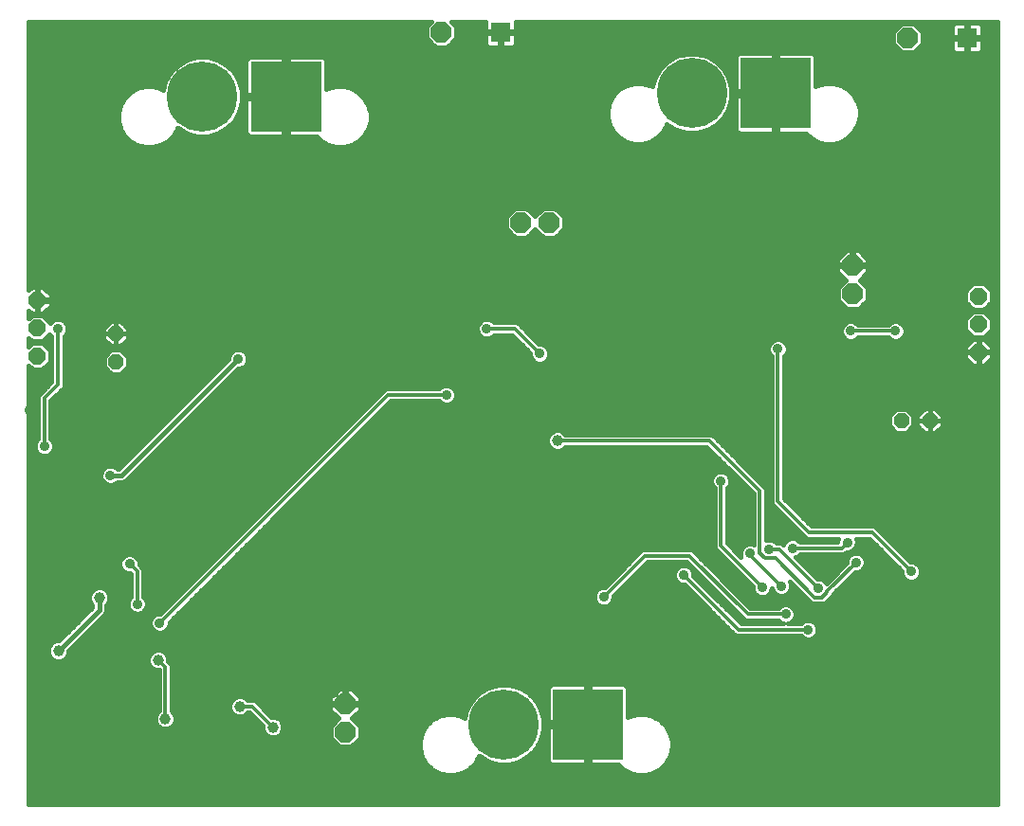
<source format=gbl>
G75*
%MOIN*%
%OFA0B0*%
%FSLAX25Y25*%
%IPPOS*%
%LPD*%
%AMOC8*
5,1,8,0,0,1.08239X$1,22.5*
%
%ADD10OC8,0.07087*%
%ADD11R,0.24669X0.24669*%
%ADD12C,0.24669*%
%ADD13OC8,0.05937*%
%ADD14OC8,0.05200*%
%ADD15R,0.07087X0.07087*%
%ADD16C,0.03569*%
%ADD17C,0.01600*%
%ADD18C,0.01200*%
%ADD19C,0.03962*%
D10*
X0344986Y0036835D03*
X0344986Y0046835D03*
X0523372Y0191047D03*
X0523372Y0201047D03*
X0416640Y0216126D03*
X0406640Y0216126D03*
X0542742Y0281165D03*
X0378766Y0283134D03*
D11*
X0324225Y0260496D03*
X0496272Y0261677D03*
X0430248Y0039551D03*
D12*
X0400748Y0039551D03*
X0466772Y0261677D03*
X0294725Y0260496D03*
D13*
X0236758Y0188843D03*
X0236758Y0179000D03*
X0236758Y0169157D03*
X0567624Y0170535D03*
X0567624Y0180378D03*
X0567624Y0190220D03*
D14*
X0550498Y0146441D03*
X0540498Y0146441D03*
X0264317Y0167150D03*
X0264317Y0177150D03*
D15*
X0399632Y0283134D03*
X0563608Y0281165D03*
D16*
X0554947Y0224866D03*
X0517939Y0219354D03*
X0522663Y0178016D03*
X0538412Y0178016D03*
X0497073Y0171717D03*
X0413348Y0170008D03*
X0394711Y0178803D03*
X0380538Y0155575D03*
X0307309Y0168173D03*
X0249435Y0157543D03*
X0233960Y0150063D03*
X0239199Y0137465D03*
X0262427Y0127228D03*
X0269120Y0096126D03*
X0271876Y0081953D03*
X0279750Y0075260D03*
X0258097Y0072898D03*
X0294317Y0064236D03*
X0339986Y0077228D03*
X0312821Y0094945D03*
X0435852Y0084512D03*
X0464002Y0092189D03*
X0487230Y0099669D03*
X0493923Y0101244D03*
X0502191Y0101638D03*
X0521482Y0103606D03*
X0524546Y0096606D03*
X0543923Y0093370D03*
X0511246Y0087465D03*
X0498254Y0088252D03*
X0491561Y0087858D03*
X0499829Y0078409D03*
X0507703Y0072898D03*
X0547467Y0112268D03*
X0568726Y0114236D03*
X0525026Y0126441D03*
X0516758Y0133921D03*
X0508490Y0123291D03*
X0476994Y0125260D03*
X0371089Y0213055D03*
X0388963Y0216756D03*
X0342467Y0224197D03*
X0328963Y0232740D03*
X0243923Y0178803D03*
X0253372Y0037071D03*
D17*
X0233763Y0011556D02*
X0233763Y0165692D01*
X0234866Y0164589D01*
X0238650Y0164589D01*
X0241326Y0167265D01*
X0241326Y0171050D01*
X0238650Y0173726D01*
X0234866Y0173726D01*
X0233763Y0172623D01*
X0233763Y0175534D01*
X0234866Y0174431D01*
X0238650Y0174431D01*
X0241080Y0176861D01*
X0241723Y0176217D01*
X0241723Y0160029D01*
X0236999Y0155305D01*
X0236999Y0140051D01*
X0236330Y0139382D01*
X0235815Y0138138D01*
X0235815Y0136791D01*
X0236330Y0135548D01*
X0237282Y0134596D01*
X0238526Y0134080D01*
X0239872Y0134080D01*
X0241116Y0134596D01*
X0242068Y0135548D01*
X0242583Y0136791D01*
X0242583Y0138138D01*
X0242068Y0139382D01*
X0241399Y0140051D01*
X0241399Y0153482D01*
X0244835Y0156918D01*
X0246123Y0158207D01*
X0246123Y0176217D01*
X0246792Y0176886D01*
X0247308Y0178130D01*
X0247308Y0179476D01*
X0246792Y0180720D01*
X0245840Y0181672D01*
X0244597Y0182187D01*
X0243250Y0182187D01*
X0242006Y0181672D01*
X0241276Y0180942D01*
X0238650Y0183568D01*
X0234866Y0183568D01*
X0233763Y0182466D01*
X0233763Y0185094D01*
X0234783Y0184074D01*
X0236574Y0184074D01*
X0236574Y0188658D01*
X0236942Y0188658D01*
X0236942Y0184074D01*
X0238733Y0184074D01*
X0241526Y0186867D01*
X0241526Y0188658D01*
X0236942Y0188658D01*
X0236942Y0189027D01*
X0236574Y0189027D01*
X0236574Y0193611D01*
X0234783Y0193611D01*
X0233763Y0192591D01*
X0233763Y0286956D01*
X0375314Y0286956D01*
X0373623Y0285264D01*
X0373623Y0281003D01*
X0376635Y0277991D01*
X0380896Y0277991D01*
X0383909Y0281003D01*
X0383909Y0285264D01*
X0382218Y0286956D01*
X0394300Y0286956D01*
X0394289Y0286914D01*
X0394289Y0283515D01*
X0399251Y0283515D01*
X0399251Y0282753D01*
X0394289Y0282753D01*
X0394289Y0279354D01*
X0394411Y0278896D01*
X0394648Y0278485D01*
X0394983Y0278150D01*
X0395394Y0277913D01*
X0395852Y0277791D01*
X0399251Y0277791D01*
X0399251Y0282753D01*
X0400013Y0282753D01*
X0400013Y0283515D01*
X0404975Y0283515D01*
X0404975Y0286914D01*
X0404964Y0286956D01*
X0574163Y0286956D01*
X0574163Y0011556D01*
X0233763Y0011556D01*
X0233763Y0013150D02*
X0574163Y0013150D01*
X0574163Y0014748D02*
X0233763Y0014748D01*
X0233763Y0016347D02*
X0574163Y0016347D01*
X0574163Y0017945D02*
X0233763Y0017945D01*
X0233763Y0019544D02*
X0574163Y0019544D01*
X0574163Y0021143D02*
X0233763Y0021143D01*
X0233763Y0022741D02*
X0377317Y0022741D01*
X0377768Y0022480D02*
X0375328Y0023889D01*
X0373336Y0025881D01*
X0371927Y0028321D01*
X0371198Y0031042D01*
X0371198Y0033860D01*
X0371927Y0036581D01*
X0373336Y0039021D01*
X0375328Y0041013D01*
X0377768Y0042422D01*
X0380489Y0043151D01*
X0383307Y0043151D01*
X0386028Y0042422D01*
X0386949Y0041890D01*
X0387763Y0044930D01*
X0389598Y0048107D01*
X0392192Y0050702D01*
X0395370Y0052536D01*
X0398914Y0053486D01*
X0402583Y0053486D01*
X0406127Y0052536D01*
X0409304Y0050702D01*
X0411899Y0048107D01*
X0413733Y0044930D01*
X0414683Y0041386D01*
X0414683Y0037717D01*
X0413733Y0034173D01*
X0411899Y0030995D01*
X0409304Y0028401D01*
X0406127Y0026566D01*
X0402583Y0025617D01*
X0398914Y0025617D01*
X0395370Y0026566D01*
X0392192Y0028401D01*
X0391954Y0028639D01*
X0391869Y0028321D01*
X0390460Y0025881D01*
X0388468Y0023889D01*
X0386028Y0022480D01*
X0383307Y0021751D01*
X0380489Y0021751D01*
X0377768Y0022480D01*
X0374878Y0024340D02*
X0233763Y0024340D01*
X0233763Y0025938D02*
X0373303Y0025938D01*
X0372380Y0027537D02*
X0233763Y0027537D01*
X0233763Y0029135D02*
X0371709Y0029135D01*
X0371281Y0030734D02*
X0233763Y0030734D01*
X0233763Y0032332D02*
X0342215Y0032332D01*
X0342856Y0031691D02*
X0339843Y0034704D01*
X0339843Y0038965D01*
X0342571Y0041693D01*
X0339643Y0044621D01*
X0339643Y0046454D01*
X0344605Y0046454D01*
X0344605Y0047216D01*
X0344605Y0052178D01*
X0342773Y0052178D01*
X0339643Y0049048D01*
X0339643Y0047216D01*
X0344605Y0047216D01*
X0345367Y0047216D01*
X0345367Y0052178D01*
X0347200Y0052178D01*
X0350330Y0049048D01*
X0350330Y0047216D01*
X0345368Y0047216D01*
X0345368Y0046454D01*
X0350330Y0046454D01*
X0350330Y0044621D01*
X0347401Y0041693D01*
X0350130Y0038965D01*
X0350130Y0034704D01*
X0347117Y0031691D01*
X0342856Y0031691D01*
X0340617Y0033931D02*
X0233763Y0033931D01*
X0233763Y0035529D02*
X0317680Y0035529D01*
X0317485Y0035610D02*
X0318802Y0035065D01*
X0320226Y0035065D01*
X0321542Y0035610D01*
X0322550Y0036617D01*
X0323095Y0037933D01*
X0323095Y0039358D01*
X0322550Y0040674D01*
X0321542Y0041682D01*
X0320226Y0042227D01*
X0319044Y0042227D01*
X0313142Y0048129D01*
X0310764Y0048129D01*
X0309928Y0048965D01*
X0308612Y0049510D01*
X0307187Y0049510D01*
X0305871Y0048965D01*
X0304864Y0047958D01*
X0304319Y0046641D01*
X0304319Y0045217D01*
X0304864Y0043901D01*
X0305871Y0042893D01*
X0307187Y0042348D01*
X0308612Y0042348D01*
X0309928Y0042893D01*
X0310764Y0043729D01*
X0311319Y0043729D01*
X0315933Y0039115D01*
X0315933Y0037933D01*
X0316478Y0036617D01*
X0317485Y0035610D01*
X0316267Y0037128D02*
X0233763Y0037128D01*
X0233763Y0038726D02*
X0279526Y0038726D01*
X0279690Y0038563D02*
X0278683Y0039570D01*
X0278138Y0040886D01*
X0278138Y0042311D01*
X0278683Y0043627D01*
X0279519Y0044463D01*
X0279519Y0058687D01*
X0278447Y0058687D01*
X0277131Y0059232D01*
X0276124Y0060239D01*
X0275578Y0061555D01*
X0275578Y0062980D01*
X0276124Y0064296D01*
X0277131Y0065304D01*
X0278447Y0065849D01*
X0279872Y0065849D01*
X0281188Y0065304D01*
X0282195Y0064296D01*
X0282741Y0062980D01*
X0282741Y0061798D01*
X0283919Y0060620D01*
X0283919Y0044463D01*
X0284755Y0043627D01*
X0285300Y0042311D01*
X0285300Y0040886D01*
X0284755Y0039570D01*
X0283747Y0038563D01*
X0282431Y0038017D01*
X0281006Y0038017D01*
X0279690Y0038563D01*
X0278370Y0040325D02*
X0233763Y0040325D01*
X0233763Y0041923D02*
X0278138Y0041923D01*
X0278639Y0043522D02*
X0233763Y0043522D01*
X0233763Y0045120D02*
X0279519Y0045120D01*
X0279519Y0046719D02*
X0233763Y0046719D01*
X0233763Y0048317D02*
X0279519Y0048317D01*
X0279519Y0049916D02*
X0233763Y0049916D01*
X0233763Y0051514D02*
X0279519Y0051514D01*
X0279519Y0053113D02*
X0233763Y0053113D01*
X0233763Y0054711D02*
X0279519Y0054711D01*
X0279519Y0056310D02*
X0233763Y0056310D01*
X0233763Y0057908D02*
X0279519Y0057908D01*
X0276856Y0059507D02*
X0233763Y0059507D01*
X0233763Y0061105D02*
X0275765Y0061105D01*
X0275578Y0062704D02*
X0246471Y0062704D01*
X0246149Y0062381D02*
X0247156Y0063389D01*
X0247701Y0064705D01*
X0247701Y0065604D01*
X0260525Y0078428D01*
X0260890Y0079310D01*
X0260890Y0081454D01*
X0261526Y0082090D01*
X0262071Y0083406D01*
X0262071Y0084830D01*
X0261526Y0086147D01*
X0260519Y0087154D01*
X0259203Y0087699D01*
X0257778Y0087699D01*
X0256462Y0087154D01*
X0255454Y0086147D01*
X0254909Y0084830D01*
X0254909Y0083406D01*
X0255454Y0082090D01*
X0256090Y0081454D01*
X0256090Y0080782D01*
X0244307Y0068998D01*
X0243408Y0068998D01*
X0242092Y0068453D01*
X0241084Y0067446D01*
X0240539Y0066130D01*
X0240539Y0064705D01*
X0241084Y0063389D01*
X0242092Y0062381D01*
X0243408Y0061836D01*
X0244833Y0061836D01*
X0246149Y0062381D01*
X0247534Y0064302D02*
X0276130Y0064302D01*
X0282189Y0064302D02*
X0574163Y0064302D01*
X0574163Y0062704D02*
X0282741Y0062704D01*
X0283433Y0061105D02*
X0574163Y0061105D01*
X0574163Y0059507D02*
X0283919Y0059507D01*
X0283919Y0057908D02*
X0574163Y0057908D01*
X0574163Y0056310D02*
X0283919Y0056310D01*
X0283919Y0054711D02*
X0574163Y0054711D01*
X0574163Y0053113D02*
X0443901Y0053113D01*
X0444023Y0052991D02*
X0443688Y0053326D01*
X0443278Y0053563D01*
X0442820Y0053686D01*
X0431048Y0053686D01*
X0431048Y0040351D01*
X0429448Y0040351D01*
X0429448Y0038751D01*
X0431048Y0038751D01*
X0431048Y0025417D01*
X0441001Y0025417D01*
X0442528Y0023889D01*
X0444968Y0022480D01*
X0447689Y0021751D01*
X0450507Y0021751D01*
X0453228Y0022480D01*
X0455668Y0023889D01*
X0457660Y0025881D01*
X0459069Y0028321D01*
X0459798Y0031042D01*
X0459798Y0033860D01*
X0459069Y0036581D01*
X0457660Y0039021D01*
X0455668Y0041013D01*
X0453228Y0042422D01*
X0450507Y0043151D01*
X0447689Y0043151D01*
X0444968Y0042422D01*
X0444383Y0042084D01*
X0444383Y0052123D01*
X0444260Y0052581D01*
X0444023Y0052991D01*
X0444383Y0051514D02*
X0574163Y0051514D01*
X0574163Y0049916D02*
X0444383Y0049916D01*
X0444383Y0048317D02*
X0574163Y0048317D01*
X0574163Y0046719D02*
X0444383Y0046719D01*
X0444383Y0045120D02*
X0574163Y0045120D01*
X0574163Y0043522D02*
X0444383Y0043522D01*
X0454092Y0041923D02*
X0574163Y0041923D01*
X0574163Y0040325D02*
X0456357Y0040325D01*
X0457831Y0038726D02*
X0574163Y0038726D01*
X0574163Y0037128D02*
X0458753Y0037128D01*
X0459351Y0035529D02*
X0574163Y0035529D01*
X0574163Y0033931D02*
X0459779Y0033931D01*
X0459798Y0032332D02*
X0574163Y0032332D01*
X0574163Y0030734D02*
X0459715Y0030734D01*
X0459287Y0029135D02*
X0574163Y0029135D01*
X0574163Y0027537D02*
X0458616Y0027537D01*
X0457693Y0025938D02*
X0574163Y0025938D01*
X0574163Y0024340D02*
X0456119Y0024340D01*
X0453680Y0022741D02*
X0574163Y0022741D01*
X0574163Y0065901D02*
X0247998Y0065901D01*
X0249596Y0067499D02*
X0574163Y0067499D01*
X0574163Y0069098D02*
X0251195Y0069098D01*
X0252793Y0070696D02*
X0505118Y0070696D01*
X0505117Y0070698D02*
X0505786Y0070029D01*
X0507030Y0069513D01*
X0508376Y0069513D01*
X0509620Y0070029D01*
X0510572Y0070981D01*
X0511087Y0072224D01*
X0511087Y0073571D01*
X0510572Y0074815D01*
X0509620Y0075767D01*
X0508376Y0076282D01*
X0507030Y0076282D01*
X0505786Y0075767D01*
X0505117Y0075098D01*
X0500677Y0075098D01*
X0501746Y0075540D01*
X0502698Y0076492D01*
X0503213Y0077736D01*
X0503213Y0079083D01*
X0502698Y0080326D01*
X0501746Y0081278D01*
X0500502Y0081794D01*
X0499156Y0081794D01*
X0497912Y0081278D01*
X0497243Y0080609D01*
X0487354Y0080609D01*
X0468171Y0099793D01*
X0466882Y0101082D01*
X0449311Y0101082D01*
X0436125Y0087896D01*
X0435179Y0087896D01*
X0433935Y0087381D01*
X0432983Y0086429D01*
X0432468Y0085185D01*
X0432468Y0083839D01*
X0432983Y0082595D01*
X0433935Y0081643D01*
X0435179Y0081128D01*
X0436526Y0081128D01*
X0437769Y0081643D01*
X0438721Y0082595D01*
X0439237Y0083839D01*
X0439237Y0084785D01*
X0451134Y0096682D01*
X0465059Y0096682D01*
X0485532Y0076209D01*
X0497243Y0076209D01*
X0497912Y0075540D01*
X0498981Y0075098D01*
X0484205Y0075098D01*
X0467386Y0091916D01*
X0467386Y0092862D01*
X0466871Y0094106D01*
X0465919Y0095058D01*
X0464675Y0095573D01*
X0463329Y0095573D01*
X0462085Y0095058D01*
X0461133Y0094106D01*
X0460618Y0092862D01*
X0460618Y0091516D01*
X0461133Y0090272D01*
X0462085Y0089320D01*
X0463329Y0088805D01*
X0464275Y0088805D01*
X0481093Y0071986D01*
X0482382Y0070698D01*
X0505117Y0070698D01*
X0510288Y0070696D02*
X0574163Y0070696D01*
X0574163Y0072295D02*
X0511087Y0072295D01*
X0510953Y0073893D02*
X0574163Y0073893D01*
X0574163Y0075492D02*
X0509895Y0075492D01*
X0505511Y0075492D02*
X0501629Y0075492D01*
X0502946Y0077090D02*
X0574163Y0077090D01*
X0574163Y0078689D02*
X0503213Y0078689D01*
X0502714Y0080287D02*
X0574163Y0080287D01*
X0574163Y0081886D02*
X0486078Y0081886D01*
X0484479Y0083484D02*
X0507612Y0083484D01*
X0509016Y0082080D02*
X0513476Y0082080D01*
X0515342Y0083946D01*
X0516630Y0085234D01*
X0516630Y0085579D01*
X0524273Y0093222D01*
X0525219Y0093222D01*
X0526463Y0093737D01*
X0527415Y0094689D01*
X0527930Y0095933D01*
X0527930Y0097279D01*
X0527415Y0098523D01*
X0526463Y0099475D01*
X0525219Y0099990D01*
X0523873Y0099990D01*
X0522629Y0099475D01*
X0521677Y0098523D01*
X0521161Y0097279D01*
X0521161Y0096333D01*
X0514143Y0089314D01*
X0514115Y0089382D01*
X0513163Y0090334D01*
X0511919Y0090849D01*
X0510973Y0090849D01*
X0503362Y0098460D01*
X0504108Y0098769D01*
X0504777Y0099438D01*
X0520425Y0099438D01*
X0521209Y0100222D01*
X0522156Y0100222D01*
X0523399Y0100737D01*
X0524351Y0101689D01*
X0524867Y0102933D01*
X0524867Y0104279D01*
X0524589Y0104950D01*
X0529233Y0104950D01*
X0540539Y0093643D01*
X0540539Y0092697D01*
X0541054Y0091453D01*
X0542006Y0090501D01*
X0543250Y0089986D01*
X0544597Y0089986D01*
X0545840Y0090501D01*
X0546792Y0091453D01*
X0547308Y0092697D01*
X0547308Y0094043D01*
X0546792Y0095287D01*
X0545840Y0096239D01*
X0544597Y0096754D01*
X0543650Y0096754D01*
X0532344Y0108061D01*
X0531055Y0109350D01*
X0509008Y0109350D01*
X0499273Y0119084D01*
X0499273Y0169130D01*
X0499942Y0169800D01*
X0500457Y0171043D01*
X0500457Y0172390D01*
X0499942Y0173634D01*
X0498990Y0174586D01*
X0497746Y0175101D01*
X0496400Y0175101D01*
X0495156Y0174586D01*
X0494204Y0173634D01*
X0493689Y0172390D01*
X0493689Y0171043D01*
X0494204Y0169800D01*
X0494873Y0169130D01*
X0494873Y0117262D01*
X0505897Y0106238D01*
X0507185Y0104950D01*
X0518376Y0104950D01*
X0518098Y0104279D01*
X0518098Y0103838D01*
X0504777Y0103838D01*
X0504108Y0104507D01*
X0502864Y0105022D01*
X0501518Y0105022D01*
X0500274Y0104507D01*
X0499322Y0103555D01*
X0499013Y0102809D01*
X0498378Y0103444D01*
X0496509Y0103444D01*
X0495840Y0104113D01*
X0494597Y0104628D01*
X0493250Y0104628D01*
X0492939Y0104499D01*
X0492939Y0122590D01*
X0491650Y0123879D01*
X0475185Y0140344D01*
X0475185Y0140344D01*
X0473896Y0141633D01*
X0422378Y0141633D01*
X0421542Y0142469D01*
X0420226Y0143014D01*
X0418802Y0143014D01*
X0417485Y0142469D01*
X0416478Y0141462D01*
X0415933Y0140145D01*
X0415933Y0138721D01*
X0416478Y0137405D01*
X0417485Y0136397D01*
X0418802Y0135852D01*
X0420226Y0135852D01*
X0421542Y0136397D01*
X0422378Y0137233D01*
X0472073Y0137233D01*
X0488539Y0120767D01*
X0488539Y0102790D01*
X0487904Y0103054D01*
X0486557Y0103054D01*
X0485313Y0102538D01*
X0484361Y0101586D01*
X0483846Y0100342D01*
X0483846Y0098996D01*
X0484067Y0098464D01*
X0479194Y0103336D01*
X0479194Y0122674D01*
X0479863Y0123343D01*
X0480378Y0124587D01*
X0480378Y0125933D01*
X0479863Y0127177D01*
X0478911Y0128129D01*
X0477667Y0128644D01*
X0476321Y0128644D01*
X0475077Y0128129D01*
X0474125Y0127177D01*
X0473610Y0125933D01*
X0473610Y0124587D01*
X0474125Y0123343D01*
X0474794Y0122674D01*
X0474794Y0101514D01*
X0488177Y0088131D01*
X0488177Y0087185D01*
X0488692Y0085941D01*
X0489644Y0084989D01*
X0490888Y0084474D01*
X0492234Y0084474D01*
X0493478Y0084989D01*
X0494430Y0085941D01*
X0494945Y0087185D01*
X0494945Y0087396D01*
X0495385Y0086335D01*
X0496337Y0085383D01*
X0497581Y0084868D01*
X0498927Y0084868D01*
X0500171Y0085383D01*
X0501123Y0086335D01*
X0501638Y0087579D01*
X0501638Y0088925D01*
X0501262Y0089835D01*
X0509016Y0082080D01*
X0506013Y0085083D02*
X0499447Y0085083D01*
X0497061Y0085083D02*
X0493572Y0085083D01*
X0494737Y0086681D02*
X0495241Y0086681D01*
X0489550Y0085083D02*
X0482881Y0085083D01*
X0481282Y0086681D02*
X0488385Y0086681D01*
X0488028Y0088280D02*
X0479684Y0088280D01*
X0478085Y0089878D02*
X0486430Y0089878D01*
X0484831Y0091477D02*
X0476487Y0091477D01*
X0474888Y0093076D02*
X0483233Y0093076D01*
X0481634Y0094674D02*
X0473290Y0094674D01*
X0471691Y0096273D02*
X0480036Y0096273D01*
X0478437Y0097871D02*
X0470093Y0097871D01*
X0468494Y0099470D02*
X0476839Y0099470D01*
X0475240Y0101068D02*
X0466896Y0101068D01*
X0474794Y0102667D02*
X0310268Y0102667D01*
X0311867Y0104265D02*
X0474794Y0104265D01*
X0474794Y0105864D02*
X0313465Y0105864D01*
X0315064Y0107462D02*
X0474794Y0107462D01*
X0474794Y0109061D02*
X0316662Y0109061D01*
X0318261Y0110659D02*
X0474794Y0110659D01*
X0474794Y0112258D02*
X0319859Y0112258D01*
X0321458Y0113856D02*
X0474794Y0113856D01*
X0474794Y0115455D02*
X0323056Y0115455D01*
X0324655Y0117053D02*
X0474794Y0117053D01*
X0474794Y0118652D02*
X0326253Y0118652D01*
X0327852Y0120250D02*
X0474794Y0120250D01*
X0474794Y0121849D02*
X0329450Y0121849D01*
X0331049Y0123447D02*
X0474082Y0123447D01*
X0473610Y0125046D02*
X0332647Y0125046D01*
X0334246Y0126644D02*
X0473905Y0126644D01*
X0475352Y0128243D02*
X0335844Y0128243D01*
X0337443Y0129841D02*
X0479465Y0129841D01*
X0478636Y0128243D02*
X0481064Y0128243D01*
X0480084Y0126644D02*
X0482662Y0126644D01*
X0484261Y0125046D02*
X0480378Y0125046D01*
X0479906Y0123447D02*
X0485859Y0123447D01*
X0487458Y0121849D02*
X0479194Y0121849D01*
X0479194Y0120250D02*
X0488539Y0120250D01*
X0488539Y0118652D02*
X0479194Y0118652D01*
X0479194Y0117053D02*
X0488539Y0117053D01*
X0488539Y0115455D02*
X0479194Y0115455D01*
X0479194Y0113856D02*
X0488539Y0113856D01*
X0488539Y0112258D02*
X0479194Y0112258D01*
X0479194Y0110659D02*
X0488539Y0110659D01*
X0488539Y0109061D02*
X0479194Y0109061D01*
X0479194Y0107462D02*
X0488539Y0107462D01*
X0488539Y0105864D02*
X0479194Y0105864D01*
X0479194Y0104265D02*
X0488539Y0104265D01*
X0485623Y0102667D02*
X0479864Y0102667D01*
X0481463Y0101068D02*
X0484147Y0101068D01*
X0483846Y0099470D02*
X0483061Y0099470D01*
X0492939Y0105864D02*
X0506271Y0105864D01*
X0504673Y0107462D02*
X0492939Y0107462D01*
X0492939Y0109061D02*
X0503074Y0109061D01*
X0501476Y0110659D02*
X0492939Y0110659D01*
X0492939Y0112258D02*
X0499877Y0112258D01*
X0498279Y0113856D02*
X0492939Y0113856D01*
X0492939Y0115455D02*
X0496680Y0115455D01*
X0495082Y0117053D02*
X0492939Y0117053D01*
X0492939Y0118652D02*
X0494873Y0118652D01*
X0494873Y0120250D02*
X0492939Y0120250D01*
X0492939Y0121849D02*
X0494873Y0121849D01*
X0494873Y0123447D02*
X0492082Y0123447D01*
X0491650Y0123879D02*
X0491650Y0123879D01*
X0490483Y0125046D02*
X0494873Y0125046D01*
X0494873Y0126644D02*
X0488885Y0126644D01*
X0487286Y0128243D02*
X0494873Y0128243D01*
X0494873Y0129841D02*
X0485688Y0129841D01*
X0484089Y0131440D02*
X0494873Y0131440D01*
X0494873Y0133038D02*
X0482491Y0133038D01*
X0480892Y0134637D02*
X0494873Y0134637D01*
X0494873Y0136235D02*
X0479294Y0136235D01*
X0477695Y0137834D02*
X0494873Y0137834D01*
X0494873Y0139432D02*
X0476097Y0139432D01*
X0474498Y0141031D02*
X0494873Y0141031D01*
X0494873Y0142629D02*
X0421155Y0142629D01*
X0417873Y0142629D02*
X0350231Y0142629D01*
X0348632Y0141031D02*
X0416300Y0141031D01*
X0415933Y0139432D02*
X0347034Y0139432D01*
X0345435Y0137834D02*
X0416300Y0137834D01*
X0417876Y0136235D02*
X0343837Y0136235D01*
X0342238Y0134637D02*
X0474670Y0134637D01*
X0476268Y0133038D02*
X0340640Y0133038D01*
X0339041Y0131440D02*
X0477867Y0131440D01*
X0473071Y0136235D02*
X0421152Y0136235D01*
X0383407Y0153658D02*
X0383922Y0154902D01*
X0383922Y0156248D01*
X0383407Y0157492D01*
X0382455Y0158444D01*
X0381211Y0158959D01*
X0379864Y0158959D01*
X0378620Y0158444D01*
X0377951Y0157775D01*
X0359154Y0157775D01*
X0280023Y0078644D01*
X0279077Y0078644D01*
X0277833Y0078129D01*
X0276881Y0077177D01*
X0276366Y0075933D01*
X0276366Y0074587D01*
X0276881Y0073343D01*
X0277833Y0072391D01*
X0279077Y0071876D01*
X0280423Y0071876D01*
X0281667Y0072391D01*
X0282619Y0073343D01*
X0283134Y0074587D01*
X0283134Y0075533D01*
X0360976Y0153375D01*
X0377951Y0153375D01*
X0378620Y0152706D01*
X0379864Y0152191D01*
X0381211Y0152191D01*
X0382455Y0152706D01*
X0383407Y0153658D01*
X0383473Y0153819D02*
X0494873Y0153819D01*
X0494873Y0155417D02*
X0383922Y0155417D01*
X0383604Y0157016D02*
X0494873Y0157016D01*
X0494873Y0158614D02*
X0382043Y0158614D01*
X0379032Y0158614D02*
X0301145Y0158614D01*
X0302743Y0160213D02*
X0494873Y0160213D01*
X0494873Y0161812D02*
X0304342Y0161812D01*
X0305940Y0163410D02*
X0494873Y0163410D01*
X0494873Y0165009D02*
X0308512Y0165009D01*
X0307982Y0164789D02*
X0309226Y0165304D01*
X0310178Y0166256D01*
X0310693Y0167500D01*
X0310693Y0168846D01*
X0310178Y0170090D01*
X0309226Y0171042D01*
X0307982Y0171557D01*
X0306636Y0171557D01*
X0305392Y0171042D01*
X0304440Y0170090D01*
X0303925Y0168846D01*
X0303925Y0168183D01*
X0265370Y0129628D01*
X0264813Y0129628D01*
X0264344Y0130097D01*
X0263100Y0130613D01*
X0261754Y0130613D01*
X0260510Y0130097D01*
X0259558Y0129145D01*
X0259043Y0127902D01*
X0259043Y0126555D01*
X0259558Y0125311D01*
X0260510Y0124359D01*
X0261754Y0123844D01*
X0263100Y0123844D01*
X0264344Y0124359D01*
X0264813Y0124828D01*
X0266842Y0124828D01*
X0267724Y0125194D01*
X0307319Y0164789D01*
X0307982Y0164789D01*
X0310323Y0166607D02*
X0494873Y0166607D01*
X0494873Y0168206D02*
X0416265Y0168206D01*
X0416217Y0168091D02*
X0416733Y0169335D01*
X0416733Y0170681D01*
X0416217Y0171925D01*
X0415265Y0172877D01*
X0414021Y0173392D01*
X0413075Y0173392D01*
X0405465Y0181003D01*
X0397297Y0181003D01*
X0396628Y0181672D01*
X0395384Y0182187D01*
X0394038Y0182187D01*
X0392794Y0181672D01*
X0391842Y0180720D01*
X0391326Y0179476D01*
X0391326Y0178130D01*
X0391842Y0176886D01*
X0392794Y0175934D01*
X0394038Y0175419D01*
X0395384Y0175419D01*
X0396628Y0175934D01*
X0397297Y0176603D01*
X0403642Y0176603D01*
X0409964Y0170281D01*
X0409964Y0169335D01*
X0410479Y0168091D01*
X0411431Y0167139D01*
X0412675Y0166624D01*
X0414021Y0166624D01*
X0415265Y0167139D01*
X0416217Y0168091D01*
X0416733Y0169804D02*
X0494202Y0169804D01*
X0493689Y0171403D02*
X0416434Y0171403D01*
X0414966Y0173001D02*
X0493942Y0173001D01*
X0495190Y0174600D02*
X0411868Y0174600D01*
X0410270Y0176198D02*
X0519753Y0176198D01*
X0519794Y0176099D02*
X0520746Y0175147D01*
X0521990Y0174631D01*
X0523337Y0174631D01*
X0524581Y0175147D01*
X0525250Y0175816D01*
X0535825Y0175816D01*
X0536495Y0175147D01*
X0537738Y0174631D01*
X0539085Y0174631D01*
X0540329Y0175147D01*
X0541281Y0176099D01*
X0541796Y0177343D01*
X0541796Y0178689D01*
X0541281Y0179933D01*
X0540329Y0180885D01*
X0539085Y0181400D01*
X0537738Y0181400D01*
X0536495Y0180885D01*
X0535825Y0180216D01*
X0525250Y0180216D01*
X0524581Y0180885D01*
X0523337Y0181400D01*
X0521990Y0181400D01*
X0520746Y0180885D01*
X0519794Y0179933D01*
X0519279Y0178689D01*
X0519279Y0177343D01*
X0519794Y0176099D01*
X0519279Y0177797D02*
X0408671Y0177797D01*
X0407073Y0179395D02*
X0519572Y0179395D01*
X0521009Y0180994D02*
X0405474Y0180994D01*
X0404047Y0176198D02*
X0396892Y0176198D01*
X0392530Y0176198D02*
X0268717Y0176198D01*
X0268717Y0175327D02*
X0268717Y0177150D01*
X0268717Y0178972D01*
X0266140Y0181550D01*
X0264317Y0181550D01*
X0262495Y0181550D01*
X0259917Y0178972D01*
X0259917Y0177150D01*
X0264317Y0177150D01*
X0264317Y0181550D01*
X0264317Y0177150D01*
X0264317Y0177150D01*
X0264317Y0177150D01*
X0268717Y0177150D01*
X0264317Y0177150D01*
X0264317Y0177150D01*
X0259917Y0177150D01*
X0259917Y0175327D01*
X0262495Y0172750D01*
X0264317Y0172750D01*
X0266140Y0172750D01*
X0268717Y0175327D01*
X0267990Y0174600D02*
X0405646Y0174600D01*
X0407244Y0173001D02*
X0266391Y0173001D01*
X0266057Y0171350D02*
X0262577Y0171350D01*
X0260117Y0168889D01*
X0260117Y0165410D01*
X0262577Y0162950D01*
X0266057Y0162950D01*
X0268517Y0165410D01*
X0268517Y0168889D01*
X0266057Y0171350D01*
X0267602Y0169804D02*
X0304322Y0169804D01*
X0303925Y0168206D02*
X0268517Y0168206D01*
X0268517Y0166607D02*
X0302349Y0166607D01*
X0300750Y0165009D02*
X0268116Y0165009D01*
X0266517Y0163410D02*
X0299152Y0163410D01*
X0297553Y0161812D02*
X0246123Y0161812D01*
X0246123Y0163410D02*
X0262117Y0163410D01*
X0260518Y0165009D02*
X0246123Y0165009D01*
X0246123Y0166607D02*
X0260117Y0166607D01*
X0260117Y0168206D02*
X0246123Y0168206D01*
X0246123Y0169804D02*
X0261032Y0169804D01*
X0262243Y0173001D02*
X0246123Y0173001D01*
X0246123Y0171403D02*
X0306262Y0171403D01*
X0308356Y0171403D02*
X0408843Y0171403D01*
X0409964Y0169804D02*
X0310297Y0169804D01*
X0310693Y0168206D02*
X0410432Y0168206D01*
X0391465Y0177797D02*
X0268717Y0177797D01*
X0268294Y0179395D02*
X0391326Y0179395D01*
X0392115Y0180994D02*
X0266696Y0180994D01*
X0264317Y0180994D02*
X0264317Y0180994D01*
X0264317Y0179395D02*
X0264317Y0179395D01*
X0264317Y0177797D02*
X0264317Y0177797D01*
X0264317Y0177149D02*
X0264317Y0172750D01*
X0264317Y0177149D01*
X0264317Y0177149D01*
X0264317Y0176198D02*
X0264317Y0176198D01*
X0264317Y0174600D02*
X0264317Y0174600D01*
X0264317Y0173001D02*
X0264317Y0173001D01*
X0260645Y0174600D02*
X0246123Y0174600D01*
X0246123Y0176198D02*
X0259917Y0176198D01*
X0259917Y0177797D02*
X0247169Y0177797D01*
X0247308Y0179395D02*
X0260340Y0179395D01*
X0261939Y0180994D02*
X0246519Y0180994D01*
X0241328Y0180994D02*
X0241225Y0180994D01*
X0239627Y0182592D02*
X0563377Y0182592D01*
X0563056Y0182270D02*
X0563056Y0178486D01*
X0565732Y0175809D01*
X0569516Y0175809D01*
X0572193Y0178486D01*
X0572193Y0182270D01*
X0569516Y0184946D01*
X0565732Y0184946D01*
X0563056Y0182270D01*
X0563056Y0180994D02*
X0540066Y0180994D01*
X0541503Y0179395D02*
X0563056Y0179395D01*
X0563745Y0177797D02*
X0541796Y0177797D01*
X0541322Y0176198D02*
X0565343Y0176198D01*
X0565649Y0175304D02*
X0562856Y0172511D01*
X0562856Y0170720D01*
X0567440Y0170720D01*
X0567440Y0175304D01*
X0565649Y0175304D01*
X0564945Y0174600D02*
X0498956Y0174600D01*
X0500204Y0173001D02*
X0563346Y0173001D01*
X0562856Y0171403D02*
X0500457Y0171403D01*
X0499944Y0169804D02*
X0562856Y0169804D01*
X0562856Y0170351D02*
X0562856Y0168560D01*
X0565649Y0165767D01*
X0567440Y0165767D01*
X0567440Y0170351D01*
X0567808Y0170351D01*
X0567808Y0165767D01*
X0569599Y0165767D01*
X0572393Y0168560D01*
X0572393Y0170351D01*
X0567808Y0170351D01*
X0567808Y0170720D01*
X0567440Y0170720D01*
X0567440Y0170351D01*
X0562856Y0170351D01*
X0563210Y0168206D02*
X0499273Y0168206D01*
X0499273Y0166607D02*
X0564809Y0166607D01*
X0567440Y0166607D02*
X0567808Y0166607D01*
X0567808Y0168206D02*
X0567440Y0168206D01*
X0567440Y0169804D02*
X0567808Y0169804D01*
X0567808Y0170720D02*
X0572393Y0170720D01*
X0572393Y0172511D01*
X0569599Y0175304D01*
X0567808Y0175304D01*
X0567808Y0170720D01*
X0567808Y0171403D02*
X0567440Y0171403D01*
X0567440Y0173001D02*
X0567808Y0173001D01*
X0567808Y0174600D02*
X0567440Y0174600D01*
X0570304Y0174600D02*
X0574163Y0174600D01*
X0574163Y0176198D02*
X0569905Y0176198D01*
X0571504Y0177797D02*
X0574163Y0177797D01*
X0574163Y0179395D02*
X0572193Y0179395D01*
X0572193Y0180994D02*
X0574163Y0180994D01*
X0574163Y0182592D02*
X0571871Y0182592D01*
X0570272Y0184191D02*
X0574163Y0184191D01*
X0574163Y0185789D02*
X0569654Y0185789D01*
X0569516Y0185652D02*
X0572193Y0188328D01*
X0572193Y0192113D01*
X0569516Y0194789D01*
X0565732Y0194789D01*
X0563056Y0192113D01*
X0563056Y0188328D01*
X0565732Y0185652D01*
X0569516Y0185652D01*
X0571252Y0187388D02*
X0574163Y0187388D01*
X0574163Y0188986D02*
X0572193Y0188986D01*
X0572193Y0190585D02*
X0574163Y0190585D01*
X0574163Y0192183D02*
X0572122Y0192183D01*
X0570524Y0193782D02*
X0574163Y0193782D01*
X0574163Y0195380D02*
X0526313Y0195380D01*
X0525787Y0195906D02*
X0528715Y0198834D01*
X0528715Y0200666D01*
X0523753Y0200666D01*
X0523753Y0201428D01*
X0528715Y0201428D01*
X0528715Y0203261D01*
X0525585Y0206391D01*
X0523753Y0206391D01*
X0523753Y0201428D01*
X0522991Y0201428D01*
X0522991Y0200666D01*
X0518029Y0200666D01*
X0518029Y0198834D01*
X0520957Y0195906D01*
X0518229Y0193178D01*
X0518229Y0188917D01*
X0521242Y0185904D01*
X0525503Y0185904D01*
X0528515Y0188917D01*
X0528515Y0193178D01*
X0525787Y0195906D01*
X0526860Y0196979D02*
X0574163Y0196979D01*
X0574163Y0198577D02*
X0528459Y0198577D01*
X0528715Y0200176D02*
X0574163Y0200176D01*
X0574163Y0201774D02*
X0528715Y0201774D01*
X0528603Y0203373D02*
X0574163Y0203373D01*
X0574163Y0204971D02*
X0527005Y0204971D01*
X0523753Y0204971D02*
X0522991Y0204971D01*
X0522991Y0206391D02*
X0521159Y0206391D01*
X0518029Y0203261D01*
X0518029Y0201428D01*
X0522991Y0201428D01*
X0522991Y0206391D01*
X0522991Y0203373D02*
X0523753Y0203373D01*
X0523753Y0201774D02*
X0522991Y0201774D01*
X0519740Y0204971D02*
X0233763Y0204971D01*
X0233763Y0203373D02*
X0518141Y0203373D01*
X0518029Y0201774D02*
X0233763Y0201774D01*
X0233763Y0200176D02*
X0518029Y0200176D01*
X0518286Y0198577D02*
X0233763Y0198577D01*
X0233763Y0196979D02*
X0519884Y0196979D01*
X0520431Y0195380D02*
X0233763Y0195380D01*
X0233763Y0193782D02*
X0518833Y0193782D01*
X0518229Y0192183D02*
X0240161Y0192183D01*
X0241526Y0190818D02*
X0238733Y0193611D01*
X0236942Y0193611D01*
X0236942Y0189027D01*
X0241526Y0189027D01*
X0241526Y0190818D01*
X0241526Y0190585D02*
X0518229Y0190585D01*
X0518229Y0188986D02*
X0236942Y0188986D01*
X0236942Y0187388D02*
X0236574Y0187388D01*
X0236574Y0185789D02*
X0236942Y0185789D01*
X0236942Y0184191D02*
X0236574Y0184191D01*
X0234666Y0184191D02*
X0233763Y0184191D01*
X0233763Y0182592D02*
X0233889Y0182592D01*
X0238850Y0184191D02*
X0564976Y0184191D01*
X0565595Y0185789D02*
X0240448Y0185789D01*
X0241526Y0187388D02*
X0519758Y0187388D01*
X0526986Y0187388D02*
X0563996Y0187388D01*
X0563056Y0188986D02*
X0528515Y0188986D01*
X0528515Y0190585D02*
X0563056Y0190585D01*
X0563126Y0192183D02*
X0528515Y0192183D01*
X0527911Y0193782D02*
X0564725Y0193782D01*
X0574163Y0206570D02*
X0233763Y0206570D01*
X0233763Y0208168D02*
X0574163Y0208168D01*
X0574163Y0209767D02*
X0233763Y0209767D01*
X0233763Y0211365D02*
X0404127Y0211365D01*
X0404509Y0210983D02*
X0408770Y0210983D01*
X0411640Y0213852D01*
X0414509Y0210983D01*
X0418770Y0210983D01*
X0421783Y0213996D01*
X0421783Y0218256D01*
X0418770Y0221269D01*
X0414509Y0221269D01*
X0411640Y0218400D01*
X0408770Y0221269D01*
X0404509Y0221269D01*
X0401497Y0218256D01*
X0401497Y0213996D01*
X0404509Y0210983D01*
X0402528Y0212964D02*
X0233763Y0212964D01*
X0233763Y0214562D02*
X0401497Y0214562D01*
X0401497Y0216161D02*
X0233763Y0216161D01*
X0233763Y0217759D02*
X0401497Y0217759D01*
X0402598Y0219358D02*
X0233763Y0219358D01*
X0233763Y0220956D02*
X0404197Y0220956D01*
X0409083Y0220956D02*
X0414197Y0220956D01*
X0412598Y0219358D02*
X0410682Y0219358D01*
X0410751Y0212964D02*
X0412528Y0212964D01*
X0414127Y0211365D02*
X0409153Y0211365D01*
X0419153Y0211365D02*
X0574163Y0211365D01*
X0574163Y0212964D02*
X0420751Y0212964D01*
X0421783Y0214562D02*
X0574163Y0214562D01*
X0574163Y0216161D02*
X0421783Y0216161D01*
X0421783Y0217759D02*
X0574163Y0217759D01*
X0574163Y0219358D02*
X0420682Y0219358D01*
X0419083Y0220956D02*
X0574163Y0220956D01*
X0574163Y0222555D02*
X0233763Y0222555D01*
X0233763Y0224153D02*
X0574163Y0224153D01*
X0574163Y0225752D02*
X0233763Y0225752D01*
X0233763Y0227350D02*
X0574163Y0227350D01*
X0574163Y0228949D02*
X0233763Y0228949D01*
X0233763Y0230547D02*
X0574163Y0230547D01*
X0574163Y0232146D02*
X0233763Y0232146D01*
X0233763Y0233745D02*
X0574163Y0233745D01*
X0574163Y0235343D02*
X0233763Y0235343D01*
X0233763Y0236942D02*
X0574163Y0236942D01*
X0574163Y0238540D02*
X0233763Y0238540D01*
X0233763Y0240139D02*
X0574163Y0240139D01*
X0574163Y0241737D02*
X0233763Y0241737D01*
X0233763Y0243336D02*
X0272079Y0243336D01*
X0271744Y0243425D02*
X0274466Y0242696D01*
X0277283Y0242696D01*
X0280005Y0243425D01*
X0282444Y0244834D01*
X0284437Y0246826D01*
X0285845Y0249266D01*
X0285930Y0249584D01*
X0286168Y0249346D01*
X0289346Y0247511D01*
X0292890Y0246561D01*
X0296559Y0246561D01*
X0300103Y0247511D01*
X0303281Y0249346D01*
X0305875Y0251940D01*
X0307710Y0255117D01*
X0308659Y0258662D01*
X0308659Y0262331D01*
X0307710Y0265875D01*
X0305875Y0269052D01*
X0303281Y0271647D01*
X0300103Y0273481D01*
X0296559Y0274431D01*
X0292890Y0274431D01*
X0289346Y0273481D01*
X0286168Y0271647D01*
X0283574Y0269052D01*
X0281739Y0265875D01*
X0280925Y0262835D01*
X0280005Y0263367D01*
X0277283Y0264096D01*
X0274466Y0264096D01*
X0271744Y0263367D01*
X0269305Y0261958D01*
X0267312Y0259966D01*
X0265904Y0257526D01*
X0265175Y0254805D01*
X0265175Y0251987D01*
X0265904Y0249266D01*
X0267312Y0246826D01*
X0269305Y0244834D01*
X0271744Y0243425D01*
X0269204Y0244934D02*
X0233763Y0244934D01*
X0233763Y0246533D02*
X0267606Y0246533D01*
X0266559Y0248131D02*
X0233763Y0248131D01*
X0233763Y0249730D02*
X0265779Y0249730D01*
X0265351Y0251328D02*
X0233763Y0251328D01*
X0233763Y0252927D02*
X0265175Y0252927D01*
X0265175Y0254525D02*
X0233763Y0254525D01*
X0233763Y0256124D02*
X0265528Y0256124D01*
X0266017Y0257722D02*
X0233763Y0257722D01*
X0233763Y0259321D02*
X0266940Y0259321D01*
X0268266Y0260919D02*
X0233763Y0260919D01*
X0233763Y0262518D02*
X0270274Y0262518D01*
X0281268Y0264116D02*
X0233763Y0264116D01*
X0233763Y0265715D02*
X0281697Y0265715D01*
X0282570Y0267313D02*
X0233763Y0267313D01*
X0233763Y0268912D02*
X0283493Y0268912D01*
X0285032Y0270510D02*
X0233763Y0270510D01*
X0233763Y0272109D02*
X0286969Y0272109D01*
X0290190Y0273707D02*
X0233763Y0273707D01*
X0233763Y0275306D02*
X0463795Y0275306D01*
X0464937Y0275612D02*
X0461393Y0274662D01*
X0458216Y0272828D01*
X0455621Y0270233D01*
X0453787Y0267056D01*
X0452972Y0264016D01*
X0452052Y0264548D01*
X0449330Y0265277D01*
X0446513Y0265277D01*
X0443792Y0264548D01*
X0441352Y0263139D01*
X0439360Y0261147D01*
X0437951Y0258707D01*
X0437222Y0255986D01*
X0437222Y0253168D01*
X0437951Y0250447D01*
X0439360Y0248007D01*
X0441352Y0246015D01*
X0443792Y0244606D01*
X0446513Y0243877D01*
X0449330Y0243877D01*
X0452052Y0244606D01*
X0454492Y0246015D01*
X0456484Y0248007D01*
X0457893Y0250447D01*
X0457978Y0250765D01*
X0458216Y0250527D01*
X0461393Y0248692D01*
X0464937Y0247743D01*
X0468606Y0247743D01*
X0472150Y0248692D01*
X0475328Y0250527D01*
X0477922Y0253121D01*
X0479757Y0256299D01*
X0480706Y0259843D01*
X0480706Y0263512D01*
X0479757Y0267056D01*
X0477922Y0270233D01*
X0475328Y0272828D01*
X0472150Y0274662D01*
X0468606Y0275612D01*
X0464937Y0275612D01*
X0469748Y0275306D02*
X0482686Y0275306D01*
X0482832Y0275452D02*
X0482497Y0275117D01*
X0482260Y0274707D01*
X0482137Y0274249D01*
X0482137Y0262477D01*
X0495472Y0262477D01*
X0495472Y0275812D01*
X0483700Y0275812D01*
X0483242Y0275689D01*
X0482832Y0275452D01*
X0482137Y0273707D02*
X0473804Y0273707D01*
X0476047Y0272109D02*
X0482137Y0272109D01*
X0482137Y0270510D02*
X0477645Y0270510D01*
X0478685Y0268912D02*
X0482137Y0268912D01*
X0482137Y0267313D02*
X0479608Y0267313D01*
X0480116Y0265715D02*
X0482137Y0265715D01*
X0482137Y0264116D02*
X0480544Y0264116D01*
X0480706Y0262518D02*
X0482137Y0262518D01*
X0482137Y0260877D02*
X0482137Y0249106D01*
X0482260Y0248648D01*
X0482497Y0248237D01*
X0482832Y0247902D01*
X0483242Y0247665D01*
X0483700Y0247543D01*
X0495472Y0247543D01*
X0495472Y0260877D01*
X0497072Y0260877D01*
X0497072Y0247543D01*
X0507024Y0247543D01*
X0508552Y0246015D01*
X0510992Y0244606D01*
X0513713Y0243877D01*
X0516530Y0243877D01*
X0519252Y0244606D01*
X0521692Y0246015D01*
X0523684Y0248007D01*
X0525093Y0250447D01*
X0525822Y0253168D01*
X0525822Y0255986D01*
X0525093Y0258707D01*
X0523684Y0261147D01*
X0521692Y0263139D01*
X0519252Y0264548D01*
X0516530Y0265277D01*
X0513713Y0265277D01*
X0510992Y0264548D01*
X0510406Y0264210D01*
X0510406Y0274249D01*
X0510284Y0274707D01*
X0510047Y0275117D01*
X0509712Y0275452D01*
X0509301Y0275689D01*
X0508843Y0275812D01*
X0497072Y0275812D01*
X0497072Y0262477D01*
X0495472Y0262477D01*
X0495472Y0260877D01*
X0482137Y0260877D01*
X0480706Y0260919D02*
X0495472Y0260919D01*
X0495472Y0259321D02*
X0497072Y0259321D01*
X0497072Y0257722D02*
X0495472Y0257722D01*
X0495472Y0256124D02*
X0497072Y0256124D01*
X0497072Y0254525D02*
X0495472Y0254525D01*
X0495472Y0252927D02*
X0497072Y0252927D01*
X0497072Y0251328D02*
X0495472Y0251328D01*
X0495472Y0249730D02*
X0497072Y0249730D01*
X0497072Y0248131D02*
X0495472Y0248131D01*
X0508034Y0246533D02*
X0455009Y0246533D01*
X0456555Y0248131D02*
X0463487Y0248131D01*
X0459596Y0249730D02*
X0457478Y0249730D01*
X0452619Y0244934D02*
X0510424Y0244934D01*
X0519819Y0244934D02*
X0574163Y0244934D01*
X0574163Y0243336D02*
X0346870Y0243336D01*
X0347205Y0243425D02*
X0349644Y0244834D01*
X0351637Y0246826D01*
X0353045Y0249266D01*
X0353775Y0251987D01*
X0353775Y0254805D01*
X0353045Y0257526D01*
X0351637Y0259966D01*
X0349644Y0261958D01*
X0347205Y0263367D01*
X0344483Y0264096D01*
X0341666Y0264096D01*
X0338944Y0263367D01*
X0338359Y0263029D01*
X0338359Y0273068D01*
X0338236Y0273525D01*
X0338000Y0273936D01*
X0337664Y0274271D01*
X0337254Y0274508D01*
X0336796Y0274631D01*
X0325024Y0274631D01*
X0325024Y0261296D01*
X0323425Y0261296D01*
X0323425Y0274631D01*
X0311653Y0274631D01*
X0311195Y0274508D01*
X0310785Y0274271D01*
X0310450Y0273936D01*
X0310213Y0273525D01*
X0310090Y0273068D01*
X0310090Y0261296D01*
X0323424Y0261296D01*
X0323424Y0259696D01*
X0310090Y0259696D01*
X0310090Y0247924D01*
X0310213Y0247467D01*
X0310450Y0247056D01*
X0310785Y0246721D01*
X0311195Y0246484D01*
X0311653Y0246361D01*
X0323425Y0246361D01*
X0323425Y0259696D01*
X0325024Y0259696D01*
X0325024Y0246361D01*
X0334977Y0246361D01*
X0336505Y0244834D01*
X0338944Y0243425D01*
X0341666Y0242696D01*
X0344483Y0242696D01*
X0347205Y0243425D01*
X0349745Y0244934D02*
X0443224Y0244934D01*
X0440834Y0246533D02*
X0351343Y0246533D01*
X0352390Y0248131D02*
X0439288Y0248131D01*
X0438365Y0249730D02*
X0353170Y0249730D01*
X0353598Y0251328D02*
X0437715Y0251328D01*
X0437287Y0252927D02*
X0353775Y0252927D01*
X0353775Y0254525D02*
X0437222Y0254525D01*
X0437259Y0256124D02*
X0353421Y0256124D01*
X0352932Y0257722D02*
X0437687Y0257722D01*
X0438305Y0259321D02*
X0352009Y0259321D01*
X0350683Y0260919D02*
X0439228Y0260919D01*
X0440730Y0262518D02*
X0348675Y0262518D01*
X0338359Y0264116D02*
X0443044Y0264116D01*
X0452800Y0264116D02*
X0452999Y0264116D01*
X0453427Y0265715D02*
X0338359Y0265715D01*
X0338359Y0267313D02*
X0453935Y0267313D01*
X0454858Y0268912D02*
X0338359Y0268912D01*
X0338359Y0270510D02*
X0455898Y0270510D01*
X0457497Y0272109D02*
X0338359Y0272109D01*
X0338132Y0273707D02*
X0459739Y0273707D01*
X0480567Y0259321D02*
X0482137Y0259321D01*
X0482137Y0257722D02*
X0480138Y0257722D01*
X0479656Y0256124D02*
X0482137Y0256124D01*
X0482137Y0254525D02*
X0478733Y0254525D01*
X0477728Y0252927D02*
X0482137Y0252927D01*
X0482137Y0251328D02*
X0476129Y0251328D01*
X0473947Y0249730D02*
X0482137Y0249730D01*
X0482603Y0248131D02*
X0470057Y0248131D01*
X0495472Y0262518D02*
X0497072Y0262518D01*
X0497072Y0264116D02*
X0495472Y0264116D01*
X0495472Y0265715D02*
X0497072Y0265715D01*
X0497072Y0267313D02*
X0495472Y0267313D01*
X0495472Y0268912D02*
X0497072Y0268912D01*
X0497072Y0270510D02*
X0495472Y0270510D01*
X0495472Y0272109D02*
X0497072Y0272109D01*
X0497072Y0273707D02*
X0495472Y0273707D01*
X0495472Y0275306D02*
X0497072Y0275306D01*
X0509858Y0275306D02*
X0574163Y0275306D01*
X0574163Y0276904D02*
X0568816Y0276904D01*
X0568829Y0276927D02*
X0568952Y0277385D01*
X0568952Y0280784D01*
X0563990Y0280784D01*
X0563990Y0281546D01*
X0568952Y0281546D01*
X0568952Y0284946D01*
X0568829Y0285403D01*
X0568592Y0285814D01*
X0568257Y0286149D01*
X0567846Y0286386D01*
X0567389Y0286509D01*
X0563989Y0286509D01*
X0563989Y0281547D01*
X0563227Y0281547D01*
X0563227Y0286509D01*
X0559828Y0286509D01*
X0559370Y0286386D01*
X0558960Y0286149D01*
X0558625Y0285814D01*
X0558388Y0285403D01*
X0558265Y0284946D01*
X0558265Y0281546D01*
X0563227Y0281546D01*
X0563227Y0280784D01*
X0563989Y0280784D01*
X0563989Y0275822D01*
X0567389Y0275822D01*
X0567846Y0275945D01*
X0568257Y0276182D01*
X0568592Y0276517D01*
X0568829Y0276927D01*
X0568952Y0278503D02*
X0574163Y0278503D01*
X0574163Y0280101D02*
X0568952Y0280101D01*
X0568952Y0281700D02*
X0574163Y0281700D01*
X0574163Y0283298D02*
X0568952Y0283298D01*
X0568952Y0284897D02*
X0574163Y0284897D01*
X0574163Y0286495D02*
X0567438Y0286495D01*
X0563989Y0286495D02*
X0563227Y0286495D01*
X0563227Y0284897D02*
X0563989Y0284897D01*
X0563989Y0283298D02*
X0563227Y0283298D01*
X0563227Y0281700D02*
X0563989Y0281700D01*
X0563227Y0280784D02*
X0563227Y0275822D01*
X0559828Y0275822D01*
X0559370Y0275945D01*
X0558960Y0276182D01*
X0558625Y0276517D01*
X0558388Y0276927D01*
X0558265Y0277385D01*
X0558265Y0280784D01*
X0563227Y0280784D01*
X0563227Y0280101D02*
X0563989Y0280101D01*
X0563989Y0278503D02*
X0563227Y0278503D01*
X0563227Y0276904D02*
X0563989Y0276904D01*
X0558401Y0276904D02*
X0545755Y0276904D01*
X0544873Y0276022D02*
X0547886Y0279035D01*
X0547886Y0283296D01*
X0544873Y0286309D01*
X0540612Y0286309D01*
X0537599Y0283296D01*
X0537599Y0279035D01*
X0540612Y0276022D01*
X0544873Y0276022D01*
X0547353Y0278503D02*
X0558265Y0278503D01*
X0558265Y0280101D02*
X0547886Y0280101D01*
X0547886Y0281700D02*
X0558265Y0281700D01*
X0558265Y0283298D02*
X0547883Y0283298D01*
X0546284Y0284897D02*
X0558265Y0284897D01*
X0559779Y0286495D02*
X0404975Y0286495D01*
X0404975Y0284897D02*
X0539200Y0284897D01*
X0537602Y0283298D02*
X0400013Y0283298D01*
X0400013Y0282753D02*
X0404975Y0282753D01*
X0404975Y0279354D01*
X0404853Y0278896D01*
X0404616Y0278485D01*
X0404281Y0278150D01*
X0403870Y0277913D01*
X0403412Y0277791D01*
X0400013Y0277791D01*
X0400013Y0282753D01*
X0399251Y0283298D02*
X0383909Y0283298D01*
X0383909Y0281700D02*
X0394289Y0281700D01*
X0394289Y0280101D02*
X0383007Y0280101D01*
X0381409Y0278503D02*
X0394638Y0278503D01*
X0399251Y0278503D02*
X0400013Y0278503D01*
X0400013Y0280101D02*
X0399251Y0280101D01*
X0399251Y0281700D02*
X0400013Y0281700D01*
X0404975Y0281700D02*
X0537599Y0281700D01*
X0537599Y0280101D02*
X0404975Y0280101D01*
X0404626Y0278503D02*
X0538131Y0278503D01*
X0539730Y0276904D02*
X0233763Y0276904D01*
X0233763Y0278503D02*
X0376123Y0278503D01*
X0374525Y0280101D02*
X0233763Y0280101D01*
X0233763Y0281700D02*
X0373623Y0281700D01*
X0373623Y0283298D02*
X0233763Y0283298D01*
X0233763Y0284897D02*
X0373623Y0284897D01*
X0374854Y0286495D02*
X0233763Y0286495D01*
X0299259Y0273707D02*
X0310318Y0273707D01*
X0310090Y0272109D02*
X0302480Y0272109D01*
X0304417Y0270510D02*
X0310090Y0270510D01*
X0310090Y0268912D02*
X0305956Y0268912D01*
X0306879Y0267313D02*
X0310090Y0267313D01*
X0310090Y0265715D02*
X0307752Y0265715D01*
X0308181Y0264116D02*
X0310090Y0264116D01*
X0310090Y0262518D02*
X0308609Y0262518D01*
X0308659Y0260919D02*
X0323424Y0260919D01*
X0323425Y0259321D02*
X0325024Y0259321D01*
X0325024Y0257722D02*
X0323425Y0257722D01*
X0323425Y0256124D02*
X0325024Y0256124D01*
X0325024Y0254525D02*
X0323425Y0254525D01*
X0323425Y0252927D02*
X0325024Y0252927D01*
X0325024Y0251328D02*
X0323425Y0251328D01*
X0323425Y0249730D02*
X0325024Y0249730D01*
X0325024Y0248131D02*
X0323425Y0248131D01*
X0323425Y0246533D02*
X0325024Y0246533D01*
X0336404Y0244934D02*
X0282545Y0244934D01*
X0284143Y0246533D02*
X0311111Y0246533D01*
X0310090Y0248131D02*
X0301177Y0248131D01*
X0303665Y0249730D02*
X0310090Y0249730D01*
X0310090Y0251328D02*
X0305263Y0251328D01*
X0306445Y0252927D02*
X0310090Y0252927D01*
X0310090Y0254525D02*
X0307368Y0254525D01*
X0307979Y0256124D02*
X0310090Y0256124D01*
X0310090Y0257722D02*
X0308407Y0257722D01*
X0308659Y0259321D02*
X0310090Y0259321D01*
X0323425Y0262518D02*
X0325024Y0262518D01*
X0325024Y0264116D02*
X0323425Y0264116D01*
X0323425Y0265715D02*
X0325024Y0265715D01*
X0325024Y0267313D02*
X0323425Y0267313D01*
X0323425Y0268912D02*
X0325024Y0268912D01*
X0325024Y0270510D02*
X0323425Y0270510D01*
X0323425Y0272109D02*
X0325024Y0272109D01*
X0325024Y0273707D02*
X0323425Y0273707D01*
X0288272Y0248131D02*
X0285190Y0248131D01*
X0279670Y0243336D02*
X0339279Y0243336D01*
X0383909Y0284897D02*
X0394289Y0284897D01*
X0394289Y0286495D02*
X0382678Y0286495D01*
X0510406Y0273707D02*
X0574163Y0273707D01*
X0574163Y0272109D02*
X0510406Y0272109D01*
X0510406Y0270510D02*
X0574163Y0270510D01*
X0574163Y0268912D02*
X0510406Y0268912D01*
X0510406Y0267313D02*
X0574163Y0267313D01*
X0574163Y0265715D02*
X0510406Y0265715D01*
X0520000Y0264116D02*
X0574163Y0264116D01*
X0574163Y0262518D02*
X0522313Y0262518D01*
X0523815Y0260919D02*
X0574163Y0260919D01*
X0574163Y0259321D02*
X0524738Y0259321D01*
X0525357Y0257722D02*
X0574163Y0257722D01*
X0574163Y0256124D02*
X0525785Y0256124D01*
X0525822Y0254525D02*
X0574163Y0254525D01*
X0574163Y0252927D02*
X0525757Y0252927D01*
X0525329Y0251328D02*
X0574163Y0251328D01*
X0574163Y0249730D02*
X0524678Y0249730D01*
X0523755Y0248131D02*
X0574163Y0248131D01*
X0574163Y0246533D02*
X0522209Y0246533D01*
X0518333Y0219354D02*
X0517939Y0219354D01*
X0524318Y0180994D02*
X0536757Y0180994D01*
X0571902Y0173001D02*
X0574163Y0173001D01*
X0574163Y0171403D02*
X0572393Y0171403D01*
X0572393Y0169804D02*
X0574163Y0169804D01*
X0574163Y0168206D02*
X0572038Y0168206D01*
X0570439Y0166607D02*
X0574163Y0166607D01*
X0574163Y0165009D02*
X0499273Y0165009D01*
X0499273Y0163410D02*
X0574163Y0163410D01*
X0574163Y0161812D02*
X0499273Y0161812D01*
X0499273Y0160213D02*
X0574163Y0160213D01*
X0574163Y0158614D02*
X0499273Y0158614D01*
X0499273Y0157016D02*
X0574163Y0157016D01*
X0574163Y0155417D02*
X0499273Y0155417D01*
X0499273Y0153819D02*
X0574163Y0153819D01*
X0574163Y0152220D02*
X0499273Y0152220D01*
X0499273Y0150622D02*
X0538739Y0150622D01*
X0538758Y0150641D02*
X0536298Y0148181D01*
X0536298Y0144701D01*
X0538758Y0142241D01*
X0542238Y0142241D01*
X0544698Y0144701D01*
X0544698Y0148181D01*
X0542238Y0150641D01*
X0538758Y0150641D01*
X0537141Y0149023D02*
X0499273Y0149023D01*
X0499273Y0147425D02*
X0536298Y0147425D01*
X0536298Y0145826D02*
X0499273Y0145826D01*
X0499273Y0144228D02*
X0536772Y0144228D01*
X0538370Y0142629D02*
X0499273Y0142629D01*
X0499273Y0141031D02*
X0574163Y0141031D01*
X0574163Y0142629D02*
X0552909Y0142629D01*
X0552321Y0142041D02*
X0554898Y0144618D01*
X0554898Y0146441D01*
X0554898Y0148263D01*
X0552321Y0150841D01*
X0550498Y0150841D01*
X0548676Y0150841D01*
X0546098Y0148263D01*
X0546098Y0146441D01*
X0550498Y0146441D01*
X0550498Y0146441D01*
X0550498Y0150841D01*
X0550498Y0146441D01*
X0550498Y0146441D01*
X0546098Y0146441D01*
X0546098Y0144618D01*
X0548676Y0142041D01*
X0550498Y0142041D01*
X0550498Y0146441D01*
X0550498Y0146441D01*
X0550498Y0142041D01*
X0552321Y0142041D01*
X0550498Y0142629D02*
X0550498Y0142629D01*
X0550498Y0144228D02*
X0550498Y0144228D01*
X0550498Y0145826D02*
X0550498Y0145826D01*
X0550498Y0146441D02*
X0550498Y0146441D01*
X0554898Y0146441D01*
X0550498Y0146441D01*
X0550498Y0147425D02*
X0550498Y0147425D01*
X0550498Y0149023D02*
X0550498Y0149023D01*
X0550498Y0150622D02*
X0550498Y0150622D01*
X0548457Y0150622D02*
X0542257Y0150622D01*
X0543855Y0149023D02*
X0546858Y0149023D01*
X0546098Y0147425D02*
X0544698Y0147425D01*
X0544698Y0145826D02*
X0546098Y0145826D01*
X0546489Y0144228D02*
X0544225Y0144228D01*
X0542626Y0142629D02*
X0548087Y0142629D01*
X0554508Y0144228D02*
X0574163Y0144228D01*
X0574163Y0145826D02*
X0554898Y0145826D01*
X0554898Y0147425D02*
X0574163Y0147425D01*
X0574163Y0149023D02*
X0554138Y0149023D01*
X0552540Y0150622D02*
X0574163Y0150622D01*
X0574163Y0139432D02*
X0499273Y0139432D01*
X0499273Y0137834D02*
X0574163Y0137834D01*
X0574163Y0136235D02*
X0499273Y0136235D01*
X0499273Y0134637D02*
X0574163Y0134637D01*
X0574163Y0133038D02*
X0499273Y0133038D01*
X0499273Y0131440D02*
X0574163Y0131440D01*
X0574163Y0129841D02*
X0499273Y0129841D01*
X0499273Y0128243D02*
X0574163Y0128243D01*
X0574163Y0126644D02*
X0499273Y0126644D01*
X0499273Y0125046D02*
X0574163Y0125046D01*
X0574163Y0123447D02*
X0499273Y0123447D01*
X0499273Y0121849D02*
X0574163Y0121849D01*
X0574163Y0120250D02*
X0499273Y0120250D01*
X0499706Y0118652D02*
X0574163Y0118652D01*
X0574163Y0117053D02*
X0501304Y0117053D01*
X0502903Y0115455D02*
X0574163Y0115455D01*
X0574163Y0113856D02*
X0504501Y0113856D01*
X0506100Y0112258D02*
X0574163Y0112258D01*
X0574163Y0110659D02*
X0507698Y0110659D01*
X0504350Y0104265D02*
X0518098Y0104265D01*
X0523730Y0101068D02*
X0533114Y0101068D01*
X0534713Y0099470D02*
X0526468Y0099470D01*
X0527685Y0097871D02*
X0536311Y0097871D01*
X0537910Y0096273D02*
X0527930Y0096273D01*
X0527400Y0094674D02*
X0539508Y0094674D01*
X0540539Y0093076D02*
X0524127Y0093076D01*
X0522528Y0091477D02*
X0541044Y0091477D01*
X0546802Y0091477D02*
X0574163Y0091477D01*
X0574163Y0093076D02*
X0547308Y0093076D01*
X0547046Y0094674D02*
X0574163Y0094674D01*
X0574163Y0096273D02*
X0545760Y0096273D01*
X0542534Y0097871D02*
X0574163Y0097871D01*
X0574163Y0099470D02*
X0540935Y0099470D01*
X0539337Y0101068D02*
X0574163Y0101068D01*
X0574163Y0102667D02*
X0537738Y0102667D01*
X0536140Y0104265D02*
X0574163Y0104265D01*
X0574163Y0105864D02*
X0534541Y0105864D01*
X0532943Y0107462D02*
X0574163Y0107462D01*
X0574163Y0109061D02*
X0531344Y0109061D01*
X0529917Y0104265D02*
X0524867Y0104265D01*
X0524756Y0102667D02*
X0531516Y0102667D01*
X0522623Y0099470D02*
X0520457Y0099470D01*
X0521407Y0097871D02*
X0503951Y0097871D01*
X0505549Y0096273D02*
X0521101Y0096273D01*
X0519503Y0094674D02*
X0507148Y0094674D01*
X0508746Y0093076D02*
X0517904Y0093076D01*
X0516306Y0091477D02*
X0510345Y0091477D01*
X0513618Y0089878D02*
X0514707Y0089878D01*
X0517733Y0086681D02*
X0574163Y0086681D01*
X0574163Y0085083D02*
X0516479Y0085083D01*
X0514881Y0083484D02*
X0574163Y0083484D01*
X0574163Y0088280D02*
X0519331Y0088280D01*
X0520930Y0089878D02*
X0574163Y0089878D01*
X0504415Y0086681D02*
X0501267Y0086681D01*
X0501638Y0088280D02*
X0502816Y0088280D01*
X0483052Y0078689D02*
X0480613Y0078689D01*
X0481454Y0080287D02*
X0479015Y0080287D01*
X0479855Y0081886D02*
X0477416Y0081886D01*
X0478257Y0083484D02*
X0475818Y0083484D01*
X0476658Y0085083D02*
X0474219Y0085083D01*
X0475060Y0086681D02*
X0472621Y0086681D01*
X0473461Y0088280D02*
X0471022Y0088280D01*
X0471863Y0089878D02*
X0469424Y0089878D01*
X0470264Y0091477D02*
X0467825Y0091477D01*
X0467298Y0093076D02*
X0468666Y0093076D01*
X0467067Y0094674D02*
X0466303Y0094674D01*
X0465469Y0096273D02*
X0450724Y0096273D01*
X0449126Y0094674D02*
X0461701Y0094674D01*
X0460706Y0093076D02*
X0447527Y0093076D01*
X0445929Y0091477D02*
X0460634Y0091477D01*
X0461527Y0089878D02*
X0444330Y0089878D01*
X0442732Y0088280D02*
X0464800Y0088280D01*
X0466398Y0086681D02*
X0441133Y0086681D01*
X0439535Y0085083D02*
X0467997Y0085083D01*
X0469595Y0083484D02*
X0439090Y0083484D01*
X0438013Y0081886D02*
X0471194Y0081886D01*
X0472792Y0080287D02*
X0287889Y0080287D01*
X0286290Y0078689D02*
X0474391Y0078689D01*
X0475989Y0077090D02*
X0284692Y0077090D01*
X0283134Y0075492D02*
X0477588Y0075492D01*
X0479186Y0073893D02*
X0282847Y0073893D01*
X0281435Y0072295D02*
X0480785Y0072295D01*
X0483810Y0075492D02*
X0498029Y0075492D01*
X0484651Y0077090D02*
X0482212Y0077090D01*
X0441305Y0093076D02*
X0300677Y0093076D01*
X0302276Y0094674D02*
X0442903Y0094674D01*
X0444502Y0096273D02*
X0303874Y0096273D01*
X0305473Y0097871D02*
X0446100Y0097871D01*
X0447699Y0099470D02*
X0307071Y0099470D01*
X0308670Y0101068D02*
X0449297Y0101068D01*
X0439706Y0091477D02*
X0299079Y0091477D01*
X0297480Y0089878D02*
X0438108Y0089878D01*
X0436509Y0088280D02*
X0295882Y0088280D01*
X0294283Y0086681D02*
X0433236Y0086681D01*
X0432468Y0085083D02*
X0292684Y0085083D01*
X0291086Y0083484D02*
X0432615Y0083484D01*
X0433692Y0081886D02*
X0289487Y0081886D01*
X0286462Y0085083D02*
X0274076Y0085083D01*
X0274076Y0084539D02*
X0274076Y0094281D01*
X0272504Y0095853D01*
X0272504Y0096799D01*
X0271989Y0098043D01*
X0271037Y0098995D01*
X0269793Y0099510D01*
X0268447Y0099510D01*
X0267203Y0098995D01*
X0266251Y0098043D01*
X0265736Y0096799D01*
X0265736Y0095453D01*
X0266251Y0094209D01*
X0267203Y0093257D01*
X0268447Y0092742D01*
X0269393Y0092742D01*
X0269676Y0092459D01*
X0269676Y0084539D01*
X0269007Y0083870D01*
X0268492Y0082626D01*
X0268492Y0081280D01*
X0269007Y0080036D01*
X0269959Y0079084D01*
X0271203Y0078569D01*
X0272549Y0078569D01*
X0273793Y0079084D01*
X0274745Y0080036D01*
X0275260Y0081280D01*
X0275260Y0082626D01*
X0274745Y0083870D01*
X0274076Y0084539D01*
X0274905Y0083484D02*
X0284863Y0083484D01*
X0283265Y0081886D02*
X0275260Y0081886D01*
X0274849Y0080287D02*
X0281666Y0080287D01*
X0280068Y0078689D02*
X0272840Y0078689D01*
X0270912Y0078689D02*
X0260633Y0078689D01*
X0260890Y0080287D02*
X0268903Y0080287D01*
X0268492Y0081886D02*
X0261323Y0081886D01*
X0262071Y0083484D02*
X0268847Y0083484D01*
X0269676Y0085083D02*
X0261967Y0085083D01*
X0260991Y0086681D02*
X0269676Y0086681D01*
X0269676Y0088280D02*
X0233763Y0088280D01*
X0233763Y0089878D02*
X0269676Y0089878D01*
X0269676Y0091477D02*
X0233763Y0091477D01*
X0233763Y0093076D02*
X0267641Y0093076D01*
X0266059Y0094674D02*
X0233763Y0094674D01*
X0233763Y0096273D02*
X0265736Y0096273D01*
X0266180Y0097871D02*
X0233763Y0097871D01*
X0233763Y0099470D02*
X0268349Y0099470D01*
X0269892Y0099470D02*
X0300849Y0099470D01*
X0302447Y0101068D02*
X0233763Y0101068D01*
X0233763Y0102667D02*
X0304046Y0102667D01*
X0305644Y0104265D02*
X0233763Y0104265D01*
X0233763Y0105864D02*
X0307243Y0105864D01*
X0308841Y0107462D02*
X0233763Y0107462D01*
X0233763Y0109061D02*
X0310440Y0109061D01*
X0312038Y0110659D02*
X0233763Y0110659D01*
X0233763Y0112258D02*
X0313637Y0112258D01*
X0315235Y0113856D02*
X0233763Y0113856D01*
X0233763Y0115455D02*
X0316834Y0115455D01*
X0318432Y0117053D02*
X0233763Y0117053D01*
X0233763Y0118652D02*
X0320031Y0118652D01*
X0321629Y0120250D02*
X0233763Y0120250D01*
X0233763Y0121849D02*
X0323228Y0121849D01*
X0324826Y0123447D02*
X0233763Y0123447D01*
X0233763Y0125046D02*
X0259824Y0125046D01*
X0259043Y0126644D02*
X0233763Y0126644D01*
X0233763Y0128243D02*
X0259184Y0128243D01*
X0260254Y0129841D02*
X0233763Y0129841D01*
X0233763Y0131440D02*
X0267182Y0131440D01*
X0268780Y0133038D02*
X0233763Y0133038D01*
X0233763Y0134637D02*
X0237241Y0134637D01*
X0236045Y0136235D02*
X0233763Y0136235D01*
X0233763Y0137834D02*
X0235815Y0137834D01*
X0236381Y0139432D02*
X0233763Y0139432D01*
X0233763Y0141031D02*
X0236999Y0141031D01*
X0236999Y0142629D02*
X0233763Y0142629D01*
X0233763Y0144228D02*
X0236999Y0144228D01*
X0236999Y0145826D02*
X0233763Y0145826D01*
X0233763Y0147425D02*
X0236999Y0147425D01*
X0236999Y0149023D02*
X0233763Y0149023D01*
X0233763Y0150622D02*
X0236999Y0150622D01*
X0236999Y0152220D02*
X0233763Y0152220D01*
X0233763Y0153819D02*
X0236999Y0153819D01*
X0237111Y0155417D02*
X0233763Y0155417D01*
X0233763Y0157016D02*
X0238710Y0157016D01*
X0240308Y0158614D02*
X0233763Y0158614D01*
X0233763Y0160213D02*
X0241723Y0160213D01*
X0241723Y0161812D02*
X0233763Y0161812D01*
X0233763Y0163410D02*
X0241723Y0163410D01*
X0241723Y0165009D02*
X0239070Y0165009D01*
X0240668Y0166607D02*
X0241723Y0166607D01*
X0241723Y0168206D02*
X0241326Y0168206D01*
X0241326Y0169804D02*
X0241723Y0169804D01*
X0241723Y0171403D02*
X0240974Y0171403D01*
X0241723Y0173001D02*
X0239375Y0173001D01*
X0238818Y0174600D02*
X0241723Y0174600D01*
X0241723Y0176198D02*
X0240417Y0176198D01*
X0234698Y0174600D02*
X0233763Y0174600D01*
X0233763Y0173001D02*
X0234141Y0173001D01*
X0234446Y0165009D02*
X0233763Y0165009D01*
X0246123Y0160213D02*
X0295955Y0160213D01*
X0294356Y0158614D02*
X0246123Y0158614D01*
X0244932Y0157016D02*
X0292758Y0157016D01*
X0291159Y0155417D02*
X0243334Y0155417D01*
X0241735Y0153819D02*
X0289561Y0153819D01*
X0287962Y0152220D02*
X0241399Y0152220D01*
X0241399Y0150622D02*
X0286364Y0150622D01*
X0284765Y0149023D02*
X0241399Y0149023D01*
X0241399Y0147425D02*
X0283167Y0147425D01*
X0281568Y0145826D02*
X0241399Y0145826D01*
X0241399Y0144228D02*
X0279970Y0144228D01*
X0278371Y0142629D02*
X0241399Y0142629D01*
X0241399Y0141031D02*
X0276773Y0141031D01*
X0275174Y0139432D02*
X0242017Y0139432D01*
X0242583Y0137834D02*
X0273576Y0137834D01*
X0271977Y0136235D02*
X0242353Y0136235D01*
X0241157Y0134637D02*
X0270379Y0134637D01*
X0273970Y0131440D02*
X0332819Y0131440D01*
X0334417Y0133038D02*
X0275568Y0133038D01*
X0277167Y0134637D02*
X0336016Y0134637D01*
X0337614Y0136235D02*
X0278765Y0136235D01*
X0280364Y0137834D02*
X0339213Y0137834D01*
X0340811Y0139432D02*
X0281962Y0139432D01*
X0283561Y0141031D02*
X0342410Y0141031D01*
X0344008Y0142629D02*
X0285159Y0142629D01*
X0286758Y0144228D02*
X0345607Y0144228D01*
X0347205Y0145826D02*
X0288356Y0145826D01*
X0289955Y0147425D02*
X0348804Y0147425D01*
X0350402Y0149023D02*
X0291553Y0149023D01*
X0293152Y0150622D02*
X0352001Y0150622D01*
X0353599Y0152220D02*
X0294750Y0152220D01*
X0296349Y0153819D02*
X0355198Y0153819D01*
X0356796Y0155417D02*
X0297948Y0155417D01*
X0299546Y0157016D02*
X0358395Y0157016D01*
X0359822Y0152220D02*
X0379792Y0152220D01*
X0381283Y0152220D02*
X0494873Y0152220D01*
X0494873Y0150622D02*
X0358223Y0150622D01*
X0356625Y0149023D02*
X0494873Y0149023D01*
X0494873Y0147425D02*
X0355026Y0147425D01*
X0353428Y0145826D02*
X0494873Y0145826D01*
X0494873Y0144228D02*
X0351829Y0144228D01*
X0331220Y0129841D02*
X0272371Y0129841D01*
X0270773Y0128243D02*
X0329622Y0128243D01*
X0328023Y0126644D02*
X0269174Y0126644D01*
X0267366Y0125046D02*
X0326425Y0125046D01*
X0299250Y0097871D02*
X0272060Y0097871D01*
X0272504Y0096273D02*
X0297652Y0096273D01*
X0296053Y0094674D02*
X0273683Y0094674D01*
X0274076Y0093076D02*
X0294455Y0093076D01*
X0292856Y0091477D02*
X0274076Y0091477D01*
X0274076Y0089878D02*
X0291257Y0089878D01*
X0289659Y0088280D02*
X0274076Y0088280D01*
X0274076Y0086681D02*
X0288060Y0086681D01*
X0276845Y0077090D02*
X0259187Y0077090D01*
X0257589Y0075492D02*
X0276366Y0075492D01*
X0276653Y0073893D02*
X0255990Y0073893D01*
X0254392Y0072295D02*
X0278065Y0072295D01*
X0258490Y0079787D02*
X0244120Y0065417D01*
X0241769Y0062704D02*
X0233763Y0062704D01*
X0233763Y0064302D02*
X0240706Y0064302D01*
X0240539Y0065901D02*
X0233763Y0065901D01*
X0233763Y0067499D02*
X0241138Y0067499D01*
X0244407Y0069098D02*
X0233763Y0069098D01*
X0233763Y0070696D02*
X0246005Y0070696D01*
X0247604Y0072295D02*
X0233763Y0072295D01*
X0233763Y0073893D02*
X0249202Y0073893D01*
X0250801Y0075492D02*
X0233763Y0075492D01*
X0233763Y0077090D02*
X0252399Y0077090D01*
X0253998Y0078689D02*
X0233763Y0078689D01*
X0233763Y0080287D02*
X0255596Y0080287D01*
X0255658Y0081886D02*
X0233763Y0081886D01*
X0233763Y0083484D02*
X0254909Y0083484D01*
X0255014Y0085083D02*
X0233763Y0085083D01*
X0233763Y0086681D02*
X0255989Y0086681D01*
X0258490Y0084118D02*
X0258490Y0079787D01*
X0283919Y0053113D02*
X0397521Y0053113D01*
X0393599Y0051514D02*
X0347863Y0051514D01*
X0349462Y0049916D02*
X0391406Y0049916D01*
X0389808Y0048317D02*
X0350330Y0048317D01*
X0350330Y0045120D02*
X0387873Y0045120D01*
X0387386Y0043522D02*
X0349230Y0043522D01*
X0347631Y0041923D02*
X0376904Y0041923D01*
X0374640Y0040325D02*
X0348770Y0040325D01*
X0350130Y0038726D02*
X0373166Y0038726D01*
X0372243Y0037128D02*
X0350130Y0037128D01*
X0350130Y0035529D02*
X0371645Y0035529D01*
X0371217Y0033931D02*
X0349356Y0033931D01*
X0347757Y0032332D02*
X0371198Y0032332D01*
X0386480Y0022741D02*
X0444517Y0022741D01*
X0442078Y0024340D02*
X0388919Y0024340D01*
X0390493Y0025938D02*
X0397714Y0025938D01*
X0393689Y0027537D02*
X0391416Y0027537D01*
X0403783Y0025938D02*
X0416646Y0025938D01*
X0416808Y0025776D02*
X0417219Y0025539D01*
X0417677Y0025417D01*
X0429448Y0025417D01*
X0429448Y0038751D01*
X0416113Y0038751D01*
X0416113Y0026980D01*
X0416236Y0026522D01*
X0416473Y0026111D01*
X0416808Y0025776D01*
X0416113Y0027537D02*
X0407807Y0027537D01*
X0410039Y0029135D02*
X0416113Y0029135D01*
X0416113Y0030734D02*
X0411637Y0030734D01*
X0412671Y0032332D02*
X0416113Y0032332D01*
X0416113Y0033931D02*
X0413593Y0033931D01*
X0414097Y0035529D02*
X0416113Y0035529D01*
X0416113Y0037128D02*
X0414525Y0037128D01*
X0414683Y0038726D02*
X0416113Y0038726D01*
X0416113Y0040351D02*
X0429448Y0040351D01*
X0429448Y0053686D01*
X0417677Y0053686D01*
X0417219Y0053563D01*
X0416808Y0053326D01*
X0416473Y0052991D01*
X0416236Y0052581D01*
X0416113Y0052123D01*
X0416113Y0040351D01*
X0414683Y0040325D02*
X0429448Y0040325D01*
X0429448Y0041923D02*
X0431048Y0041923D01*
X0431048Y0043522D02*
X0429448Y0043522D01*
X0429448Y0045120D02*
X0431048Y0045120D01*
X0431048Y0046719D02*
X0429448Y0046719D01*
X0429448Y0048317D02*
X0431048Y0048317D01*
X0431048Y0049916D02*
X0429448Y0049916D01*
X0429448Y0051514D02*
X0431048Y0051514D01*
X0431048Y0053113D02*
X0429448Y0053113D01*
X0416595Y0053113D02*
X0403975Y0053113D01*
X0407897Y0051514D02*
X0416113Y0051514D01*
X0416113Y0049916D02*
X0410090Y0049916D01*
X0411689Y0048317D02*
X0416113Y0048317D01*
X0416113Y0046719D02*
X0412700Y0046719D01*
X0413623Y0045120D02*
X0416113Y0045120D01*
X0416113Y0043522D02*
X0414110Y0043522D01*
X0414539Y0041923D02*
X0416113Y0041923D01*
X0429448Y0038726D02*
X0431048Y0038726D01*
X0431048Y0037128D02*
X0429448Y0037128D01*
X0429448Y0035529D02*
X0431048Y0035529D01*
X0431048Y0033931D02*
X0429448Y0033931D01*
X0429448Y0032332D02*
X0431048Y0032332D01*
X0431048Y0030734D02*
X0429448Y0030734D01*
X0429448Y0029135D02*
X0431048Y0029135D01*
X0431048Y0027537D02*
X0429448Y0027537D01*
X0429448Y0025938D02*
X0431048Y0025938D01*
X0386958Y0041923D02*
X0386892Y0041923D01*
X0388796Y0046719D02*
X0345368Y0046719D01*
X0344605Y0046719D02*
X0314552Y0046719D01*
X0316151Y0045120D02*
X0339643Y0045120D01*
X0340743Y0043522D02*
X0317749Y0043522D01*
X0320959Y0041923D02*
X0342341Y0041923D01*
X0341203Y0040325D02*
X0322695Y0040325D01*
X0323095Y0038726D02*
X0339843Y0038726D01*
X0339843Y0037128D02*
X0322761Y0037128D01*
X0321348Y0035529D02*
X0339843Y0035529D01*
X0315933Y0038726D02*
X0283911Y0038726D01*
X0285067Y0040325D02*
X0314724Y0040325D01*
X0313125Y0041923D02*
X0285300Y0041923D01*
X0284798Y0043522D02*
X0305243Y0043522D01*
X0304359Y0045120D02*
X0283919Y0045120D01*
X0283919Y0046719D02*
X0304351Y0046719D01*
X0305223Y0048317D02*
X0283919Y0048317D01*
X0283919Y0049916D02*
X0340511Y0049916D01*
X0339643Y0048317D02*
X0310576Y0048317D01*
X0310557Y0043522D02*
X0311527Y0043522D01*
X0283919Y0051514D02*
X0342109Y0051514D01*
X0344605Y0051514D02*
X0345367Y0051514D01*
X0345367Y0049916D02*
X0344605Y0049916D01*
X0344605Y0048317D02*
X0345367Y0048317D01*
X0495473Y0104265D02*
X0500032Y0104265D01*
X0307309Y0168173D02*
X0266364Y0127228D01*
X0262427Y0127228D01*
X0264600Y0129841D02*
X0265583Y0129841D01*
X0236942Y0190585D02*
X0236574Y0190585D01*
X0236574Y0192183D02*
X0236942Y0192183D01*
D18*
X0243923Y0178803D02*
X0243923Y0159118D01*
X0239199Y0154394D01*
X0239199Y0137465D01*
X0269120Y0096126D02*
X0271876Y0093370D01*
X0271876Y0081953D01*
X0279750Y0075260D02*
X0360065Y0155575D01*
X0380538Y0155575D01*
X0404553Y0178803D02*
X0413348Y0170008D01*
X0404553Y0178803D02*
X0394711Y0178803D01*
X0385262Y0213055D02*
X0371089Y0213055D01*
X0385262Y0213055D02*
X0388963Y0216756D01*
X0497073Y0171717D02*
X0497073Y0118173D01*
X0508097Y0107150D01*
X0530144Y0107150D01*
X0543923Y0093370D01*
X0524546Y0096606D02*
X0514430Y0086491D01*
X0514430Y0086146D01*
X0512565Y0084280D01*
X0509927Y0084280D01*
X0496148Y0098060D01*
X0492604Y0098060D01*
X0490739Y0099925D01*
X0490739Y0121679D01*
X0472985Y0139433D01*
X0419514Y0139433D01*
X0476994Y0125260D02*
X0476994Y0102425D01*
X0491561Y0087858D01*
X0498254Y0088252D02*
X0487230Y0099276D01*
X0487230Y0099669D01*
X0493923Y0101244D02*
X0497467Y0101244D01*
X0511246Y0087465D01*
X0499829Y0078409D02*
X0486443Y0078409D01*
X0465971Y0098882D01*
X0450223Y0098882D01*
X0435852Y0084512D01*
X0464002Y0092189D02*
X0483293Y0072898D01*
X0507703Y0072898D01*
X0502191Y0101638D02*
X0519514Y0101638D01*
X0521482Y0103606D01*
X0508884Y0122504D02*
X0508490Y0122504D01*
X0508097Y0122898D01*
X0508490Y0123291D01*
X0508490Y0122898D01*
X0508884Y0122504D01*
X0508490Y0123291D02*
X0508490Y0123685D01*
X0516758Y0133921D02*
X0524632Y0126047D01*
X0525026Y0126047D01*
X0525419Y0126047D01*
X0525026Y0126047D02*
X0524632Y0126441D01*
X0524632Y0126835D01*
X0524632Y0126441D02*
X0525026Y0126441D01*
X0516758Y0133921D02*
X0516758Y0134315D01*
X0517309Y0134866D01*
X0517309Y0136756D01*
X0516758Y0136205D01*
X0516758Y0134315D01*
X0522663Y0178016D02*
X0538412Y0178016D01*
X0339986Y0077228D02*
X0339986Y0051835D01*
X0344986Y0046835D01*
X0319514Y0038646D02*
X0312230Y0045929D01*
X0307900Y0045929D01*
X0281719Y0041598D02*
X0281719Y0059709D01*
X0279160Y0062268D01*
X0253766Y0037071D02*
X0253766Y0036283D01*
X0253766Y0037071D02*
X0253372Y0037071D01*
X0253057Y0036756D01*
X0248963Y0036756D01*
X0249278Y0037071D01*
X0253372Y0037071D01*
X0253372Y0037465D01*
X0253766Y0037071D01*
X0338963Y0076756D02*
X0339514Y0076756D01*
X0339986Y0077228D01*
X0339435Y0077228D01*
X0338963Y0076756D01*
D19*
X0279160Y0062268D03*
X0307900Y0045929D03*
X0319514Y0038646D03*
X0281719Y0041598D03*
X0244120Y0065417D03*
X0258490Y0084118D03*
X0419514Y0139433D03*
M02*

</source>
